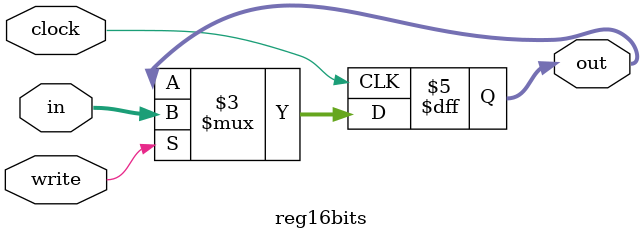
<source format=v>
module reg16bits(in,out,write,clock);

	input [15:0]in;
	input write, clock;
	output reg [15:0]out;
	
	always @(posedge clock)begin
		if(write)begin 
			out <= in;		
		end
		
		else begin
			out <= out;
		
		end
	end
endmodule

</source>
